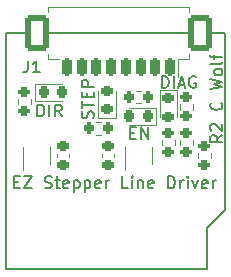
<source format=gbr>
%TF.GenerationSoftware,KiCad,Pcbnew,8.0.8*%
%TF.CreationDate,2025-02-15T05:52:52-08:00*%
%TF.ProjectId,EZ Stepper Line Driver - R2,455a2053-7465-4707-9065-72204c696e65,rev?*%
%TF.SameCoordinates,Original*%
%TF.FileFunction,Legend,Top*%
%TF.FilePolarity,Positive*%
%FSLAX46Y46*%
G04 Gerber Fmt 4.6, Leading zero omitted, Abs format (unit mm)*
G04 Created by KiCad (PCBNEW 8.0.8) date 2025-02-15 05:52:52*
%MOMM*%
%LPD*%
G01*
G04 APERTURE LIST*
G04 Aperture macros list*
%AMRoundRect*
0 Rectangle with rounded corners*
0 $1 Rounding radius*
0 $2 $3 $4 $5 $6 $7 $8 $9 X,Y pos of 4 corners*
0 Add a 4 corners polygon primitive as box body*
4,1,4,$2,$3,$4,$5,$6,$7,$8,$9,$2,$3,0*
0 Add four circle primitives for the rounded corners*
1,1,$1+$1,$2,$3*
1,1,$1+$1,$4,$5*
1,1,$1+$1,$6,$7*
1,1,$1+$1,$8,$9*
0 Add four rect primitives between the rounded corners*
20,1,$1+$1,$2,$3,$4,$5,0*
20,1,$1+$1,$4,$5,$6,$7,0*
20,1,$1+$1,$6,$7,$8,$9,0*
20,1,$1+$1,$8,$9,$2,$3,0*%
G04 Aperture macros list end*
%ADD10C,0.150000*%
%ADD11C,0.203200*%
%ADD12C,0.120000*%
%ADD13R,1.600000X5.500000*%
%ADD14RoundRect,0.200000X-0.200000X-0.275000X0.200000X-0.275000X0.200000X0.275000X-0.200000X0.275000X0*%
%ADD15RoundRect,0.225000X-0.250000X0.225000X-0.250000X-0.225000X0.250000X-0.225000X0.250000X0.225000X0*%
%ADD16R,0.400000X0.650000*%
%ADD17RoundRect,0.200000X-0.275000X0.200000X-0.275000X-0.200000X0.275000X-0.200000X0.275000X0.200000X0*%
%ADD18RoundRect,0.200000X0.275000X-0.200000X0.275000X0.200000X-0.275000X0.200000X-0.275000X-0.200000X0*%
%ADD19RoundRect,0.218750X-0.218750X-0.256250X0.218750X-0.256250X0.218750X0.256250X-0.218750X0.256250X0*%
%ADD20RoundRect,0.218750X-0.256250X0.218750X-0.256250X-0.218750X0.256250X-0.218750X0.256250X0.218750X0*%
%ADD21RoundRect,0.218750X0.218750X0.256250X-0.218750X0.256250X-0.218750X-0.256250X0.218750X-0.256250X0*%
%ADD22RoundRect,0.200000X0.200000X0.600000X-0.200000X0.600000X-0.200000X-0.600000X0.200000X-0.600000X0*%
%ADD23RoundRect,0.250001X0.799999X1.249999X-0.799999X1.249999X-0.799999X-1.249999X0.799999X-1.249999X0*%
%ADD24RoundRect,0.218750X0.256250X-0.218750X0.256250X0.218750X-0.256250X0.218750X-0.256250X-0.218750X0*%
G04 APERTURE END LIST*
D10*
X43643779Y136655180D02*
X43643779Y137655180D01*
X43643779Y137655180D02*
X43881874Y137655180D01*
X43881874Y137655180D02*
X44024731Y137607561D01*
X44024731Y137607561D02*
X44119969Y137512323D01*
X44119969Y137512323D02*
X44167588Y137417085D01*
X44167588Y137417085D02*
X44215207Y137226609D01*
X44215207Y137226609D02*
X44215207Y137083752D01*
X44215207Y137083752D02*
X44167588Y136893276D01*
X44167588Y136893276D02*
X44119969Y136798038D01*
X44119969Y136798038D02*
X44024731Y136702800D01*
X44024731Y136702800D02*
X43881874Y136655180D01*
X43881874Y136655180D02*
X43643779Y136655180D01*
X44643779Y136655180D02*
X44643779Y137655180D01*
X45072350Y136940895D02*
X45548540Y136940895D01*
X44977112Y136655180D02*
X45310445Y137655180D01*
X45310445Y137655180D02*
X45643778Y136655180D01*
X46500921Y137607561D02*
X46405683Y137655180D01*
X46405683Y137655180D02*
X46262826Y137655180D01*
X46262826Y137655180D02*
X46119969Y137607561D01*
X46119969Y137607561D02*
X46024731Y137512323D01*
X46024731Y137512323D02*
X45977112Y137417085D01*
X45977112Y137417085D02*
X45929493Y137226609D01*
X45929493Y137226609D02*
X45929493Y137083752D01*
X45929493Y137083752D02*
X45977112Y136893276D01*
X45977112Y136893276D02*
X46024731Y136798038D01*
X46024731Y136798038D02*
X46119969Y136702800D01*
X46119969Y136702800D02*
X46262826Y136655180D01*
X46262826Y136655180D02*
X46358064Y136655180D01*
X46358064Y136655180D02*
X46500921Y136702800D01*
X46500921Y136702800D02*
X46548540Y136750419D01*
X46548540Y136750419D02*
X46548540Y137083752D01*
X46548540Y137083752D02*
X46358064Y137083752D01*
D11*
X31109588Y128683096D02*
X31448255Y128683096D01*
X31593398Y128150906D02*
X31109588Y128150906D01*
X31109588Y128150906D02*
X31109588Y129166906D01*
X31109588Y129166906D02*
X31593398Y129166906D01*
X31932064Y129166906D02*
X32609398Y129166906D01*
X32609398Y129166906D02*
X31932064Y128150906D01*
X31932064Y128150906D02*
X32609398Y128150906D01*
X33722159Y128199287D02*
X33867302Y128150906D01*
X33867302Y128150906D02*
X34109207Y128150906D01*
X34109207Y128150906D02*
X34205969Y128199287D01*
X34205969Y128199287D02*
X34254350Y128247667D01*
X34254350Y128247667D02*
X34302731Y128344429D01*
X34302731Y128344429D02*
X34302731Y128441191D01*
X34302731Y128441191D02*
X34254350Y128537953D01*
X34254350Y128537953D02*
X34205969Y128586334D01*
X34205969Y128586334D02*
X34109207Y128634715D01*
X34109207Y128634715D02*
X33915683Y128683096D01*
X33915683Y128683096D02*
X33818921Y128731477D01*
X33818921Y128731477D02*
X33770540Y128779858D01*
X33770540Y128779858D02*
X33722159Y128876620D01*
X33722159Y128876620D02*
X33722159Y128973382D01*
X33722159Y128973382D02*
X33770540Y129070144D01*
X33770540Y129070144D02*
X33818921Y129118525D01*
X33818921Y129118525D02*
X33915683Y129166906D01*
X33915683Y129166906D02*
X34157588Y129166906D01*
X34157588Y129166906D02*
X34302731Y129118525D01*
X34593016Y128828239D02*
X34980064Y128828239D01*
X34738159Y129166906D02*
X34738159Y128296048D01*
X34738159Y128296048D02*
X34786540Y128199287D01*
X34786540Y128199287D02*
X34883302Y128150906D01*
X34883302Y128150906D02*
X34980064Y128150906D01*
X35705778Y128199287D02*
X35609016Y128150906D01*
X35609016Y128150906D02*
X35415492Y128150906D01*
X35415492Y128150906D02*
X35318730Y128199287D01*
X35318730Y128199287D02*
X35270349Y128296048D01*
X35270349Y128296048D02*
X35270349Y128683096D01*
X35270349Y128683096D02*
X35318730Y128779858D01*
X35318730Y128779858D02*
X35415492Y128828239D01*
X35415492Y128828239D02*
X35609016Y128828239D01*
X35609016Y128828239D02*
X35705778Y128779858D01*
X35705778Y128779858D02*
X35754159Y128683096D01*
X35754159Y128683096D02*
X35754159Y128586334D01*
X35754159Y128586334D02*
X35270349Y128489572D01*
X36189587Y128828239D02*
X36189587Y127812239D01*
X36189587Y128779858D02*
X36286349Y128828239D01*
X36286349Y128828239D02*
X36479873Y128828239D01*
X36479873Y128828239D02*
X36576635Y128779858D01*
X36576635Y128779858D02*
X36625016Y128731477D01*
X36625016Y128731477D02*
X36673397Y128634715D01*
X36673397Y128634715D02*
X36673397Y128344429D01*
X36673397Y128344429D02*
X36625016Y128247667D01*
X36625016Y128247667D02*
X36576635Y128199287D01*
X36576635Y128199287D02*
X36479873Y128150906D01*
X36479873Y128150906D02*
X36286349Y128150906D01*
X36286349Y128150906D02*
X36189587Y128199287D01*
X37108825Y128828239D02*
X37108825Y127812239D01*
X37108825Y128779858D02*
X37205587Y128828239D01*
X37205587Y128828239D02*
X37399111Y128828239D01*
X37399111Y128828239D02*
X37495873Y128779858D01*
X37495873Y128779858D02*
X37544254Y128731477D01*
X37544254Y128731477D02*
X37592635Y128634715D01*
X37592635Y128634715D02*
X37592635Y128344429D01*
X37592635Y128344429D02*
X37544254Y128247667D01*
X37544254Y128247667D02*
X37495873Y128199287D01*
X37495873Y128199287D02*
X37399111Y128150906D01*
X37399111Y128150906D02*
X37205587Y128150906D01*
X37205587Y128150906D02*
X37108825Y128199287D01*
X38415111Y128199287D02*
X38318349Y128150906D01*
X38318349Y128150906D02*
X38124825Y128150906D01*
X38124825Y128150906D02*
X38028063Y128199287D01*
X38028063Y128199287D02*
X37979682Y128296048D01*
X37979682Y128296048D02*
X37979682Y128683096D01*
X37979682Y128683096D02*
X38028063Y128779858D01*
X38028063Y128779858D02*
X38124825Y128828239D01*
X38124825Y128828239D02*
X38318349Y128828239D01*
X38318349Y128828239D02*
X38415111Y128779858D01*
X38415111Y128779858D02*
X38463492Y128683096D01*
X38463492Y128683096D02*
X38463492Y128586334D01*
X38463492Y128586334D02*
X37979682Y128489572D01*
X38898920Y128150906D02*
X38898920Y128828239D01*
X38898920Y128634715D02*
X38947301Y128731477D01*
X38947301Y128731477D02*
X38995682Y128779858D01*
X38995682Y128779858D02*
X39092444Y128828239D01*
X39092444Y128828239D02*
X39189206Y128828239D01*
X40785777Y128150906D02*
X40301967Y128150906D01*
X40301967Y128150906D02*
X40301967Y129166906D01*
X41124443Y128150906D02*
X41124443Y128828239D01*
X41124443Y129166906D02*
X41076062Y129118525D01*
X41076062Y129118525D02*
X41124443Y129070144D01*
X41124443Y129070144D02*
X41172824Y129118525D01*
X41172824Y129118525D02*
X41124443Y129166906D01*
X41124443Y129166906D02*
X41124443Y129070144D01*
X41608253Y128828239D02*
X41608253Y128150906D01*
X41608253Y128731477D02*
X41656634Y128779858D01*
X41656634Y128779858D02*
X41753396Y128828239D01*
X41753396Y128828239D02*
X41898539Y128828239D01*
X41898539Y128828239D02*
X41995301Y128779858D01*
X41995301Y128779858D02*
X42043682Y128683096D01*
X42043682Y128683096D02*
X42043682Y128150906D01*
X42914539Y128199287D02*
X42817777Y128150906D01*
X42817777Y128150906D02*
X42624253Y128150906D01*
X42624253Y128150906D02*
X42527491Y128199287D01*
X42527491Y128199287D02*
X42479110Y128296048D01*
X42479110Y128296048D02*
X42479110Y128683096D01*
X42479110Y128683096D02*
X42527491Y128779858D01*
X42527491Y128779858D02*
X42624253Y128828239D01*
X42624253Y128828239D02*
X42817777Y128828239D01*
X42817777Y128828239D02*
X42914539Y128779858D01*
X42914539Y128779858D02*
X42962920Y128683096D01*
X42962920Y128683096D02*
X42962920Y128586334D01*
X42962920Y128586334D02*
X42479110Y128489572D01*
X44172443Y128150906D02*
X44172443Y129166906D01*
X44172443Y129166906D02*
X44414348Y129166906D01*
X44414348Y129166906D02*
X44559491Y129118525D01*
X44559491Y129118525D02*
X44656253Y129021763D01*
X44656253Y129021763D02*
X44704634Y128925001D01*
X44704634Y128925001D02*
X44753015Y128731477D01*
X44753015Y128731477D02*
X44753015Y128586334D01*
X44753015Y128586334D02*
X44704634Y128392810D01*
X44704634Y128392810D02*
X44656253Y128296048D01*
X44656253Y128296048D02*
X44559491Y128199287D01*
X44559491Y128199287D02*
X44414348Y128150906D01*
X44414348Y128150906D02*
X44172443Y128150906D01*
X45188443Y128150906D02*
X45188443Y128828239D01*
X45188443Y128634715D02*
X45236824Y128731477D01*
X45236824Y128731477D02*
X45285205Y128779858D01*
X45285205Y128779858D02*
X45381967Y128828239D01*
X45381967Y128828239D02*
X45478729Y128828239D01*
X45817395Y128150906D02*
X45817395Y128828239D01*
X45817395Y129166906D02*
X45769014Y129118525D01*
X45769014Y129118525D02*
X45817395Y129070144D01*
X45817395Y129070144D02*
X45865776Y129118525D01*
X45865776Y129118525D02*
X45817395Y129166906D01*
X45817395Y129166906D02*
X45817395Y129070144D01*
X46204443Y128828239D02*
X46446348Y128150906D01*
X46446348Y128150906D02*
X46688253Y128828239D01*
X47462348Y128199287D02*
X47365586Y128150906D01*
X47365586Y128150906D02*
X47172062Y128150906D01*
X47172062Y128150906D02*
X47075300Y128199287D01*
X47075300Y128199287D02*
X47026919Y128296048D01*
X47026919Y128296048D02*
X47026919Y128683096D01*
X47026919Y128683096D02*
X47075300Y128779858D01*
X47075300Y128779858D02*
X47172062Y128828239D01*
X47172062Y128828239D02*
X47365586Y128828239D01*
X47365586Y128828239D02*
X47462348Y128779858D01*
X47462348Y128779858D02*
X47510729Y128683096D01*
X47510729Y128683096D02*
X47510729Y128586334D01*
X47510729Y128586334D02*
X47026919Y128489572D01*
X47946157Y128150906D02*
X47946157Y128828239D01*
X47946157Y128634715D02*
X47994538Y128731477D01*
X47994538Y128731477D02*
X48042919Y128779858D01*
X48042919Y128779858D02*
X48139681Y128828239D01*
X48139681Y128828239D02*
X48236443Y128828239D01*
D10*
X33102779Y134242180D02*
X33102779Y135242180D01*
X33102779Y135242180D02*
X33340874Y135242180D01*
X33340874Y135242180D02*
X33483731Y135194561D01*
X33483731Y135194561D02*
X33578969Y135099323D01*
X33578969Y135099323D02*
X33626588Y135004085D01*
X33626588Y135004085D02*
X33674207Y134813609D01*
X33674207Y134813609D02*
X33674207Y134670752D01*
X33674207Y134670752D02*
X33626588Y134480276D01*
X33626588Y134480276D02*
X33578969Y134385038D01*
X33578969Y134385038D02*
X33483731Y134289800D01*
X33483731Y134289800D02*
X33340874Y134242180D01*
X33340874Y134242180D02*
X33102779Y134242180D01*
X34102779Y134242180D02*
X34102779Y135242180D01*
X35150397Y134242180D02*
X34817064Y134718371D01*
X34578969Y134242180D02*
X34578969Y135242180D01*
X34578969Y135242180D02*
X34959921Y135242180D01*
X34959921Y135242180D02*
X35055159Y135194561D01*
X35055159Y135194561D02*
X35102778Y135146942D01*
X35102778Y135146942D02*
X35150397Y135051704D01*
X35150397Y135051704D02*
X35150397Y134908847D01*
X35150397Y134908847D02*
X35102778Y134813609D01*
X35102778Y134813609D02*
X35055159Y134765990D01*
X35055159Y134765990D02*
X34959921Y134718371D01*
X34959921Y134718371D02*
X34578969Y134718371D01*
D11*
X48760093Y132655160D02*
X48276284Y132316493D01*
X48760093Y132074588D02*
X47744093Y132074588D01*
X47744093Y132074588D02*
X47744093Y132461636D01*
X47744093Y132461636D02*
X47792474Y132558398D01*
X47792474Y132558398D02*
X47840855Y132606779D01*
X47840855Y132606779D02*
X47937617Y132655160D01*
X47937617Y132655160D02*
X48082760Y132655160D01*
X48082760Y132655160D02*
X48179522Y132606779D01*
X48179522Y132606779D02*
X48227903Y132558398D01*
X48227903Y132558398D02*
X48276284Y132461636D01*
X48276284Y132461636D02*
X48276284Y132074588D01*
X47840855Y133042207D02*
X47792474Y133090588D01*
X47792474Y133090588D02*
X47744093Y133187350D01*
X47744093Y133187350D02*
X47744093Y133429255D01*
X47744093Y133429255D02*
X47792474Y133526017D01*
X47792474Y133526017D02*
X47840855Y133574398D01*
X47840855Y133574398D02*
X47937617Y133622779D01*
X47937617Y133622779D02*
X48034379Y133622779D01*
X48034379Y133622779D02*
X48179522Y133574398D01*
X48179522Y133574398D02*
X48760093Y132993826D01*
X48760093Y132993826D02*
X48760093Y133622779D01*
X48663332Y135412874D02*
X48711713Y135364493D01*
X48711713Y135364493D02*
X48760093Y135219350D01*
X48760093Y135219350D02*
X48760093Y135122588D01*
X48760093Y135122588D02*
X48711713Y134977445D01*
X48711713Y134977445D02*
X48614951Y134880683D01*
X48614951Y134880683D02*
X48518189Y134832302D01*
X48518189Y134832302D02*
X48324665Y134783921D01*
X48324665Y134783921D02*
X48179522Y134783921D01*
X48179522Y134783921D02*
X47985998Y134832302D01*
X47985998Y134832302D02*
X47889236Y134880683D01*
X47889236Y134880683D02*
X47792474Y134977445D01*
X47792474Y134977445D02*
X47744093Y135122588D01*
X47744093Y135122588D02*
X47744093Y135219350D01*
X47744093Y135219350D02*
X47792474Y135364493D01*
X47792474Y135364493D02*
X47840855Y135412874D01*
X47744093Y136525635D02*
X48760093Y136767540D01*
X48760093Y136767540D02*
X48034379Y136961064D01*
X48034379Y136961064D02*
X48760093Y137154588D01*
X48760093Y137154588D02*
X47744093Y137396493D01*
X48760093Y137928683D02*
X48711713Y137831921D01*
X48711713Y137831921D02*
X48663332Y137783540D01*
X48663332Y137783540D02*
X48566570Y137735159D01*
X48566570Y137735159D02*
X48276284Y137735159D01*
X48276284Y137735159D02*
X48179522Y137783540D01*
X48179522Y137783540D02*
X48131141Y137831921D01*
X48131141Y137831921D02*
X48082760Y137928683D01*
X48082760Y137928683D02*
X48082760Y138073826D01*
X48082760Y138073826D02*
X48131141Y138170588D01*
X48131141Y138170588D02*
X48179522Y138218969D01*
X48179522Y138218969D02*
X48276284Y138267350D01*
X48276284Y138267350D02*
X48566570Y138267350D01*
X48566570Y138267350D02*
X48663332Y138218969D01*
X48663332Y138218969D02*
X48711713Y138170588D01*
X48711713Y138170588D02*
X48760093Y138073826D01*
X48760093Y138073826D02*
X48760093Y137928683D01*
X48760093Y138847921D02*
X48711713Y138751159D01*
X48711713Y138751159D02*
X48614951Y138702778D01*
X48614951Y138702778D02*
X47744093Y138702778D01*
X48082760Y139089825D02*
X48082760Y139476873D01*
X48760093Y139234968D02*
X47889236Y139234968D01*
X47889236Y139234968D02*
X47792474Y139283349D01*
X47792474Y139283349D02*
X47744093Y139380111D01*
X47744093Y139380111D02*
X47744093Y139476873D01*
D10*
X40976779Y132860990D02*
X41310112Y132860990D01*
X41452969Y132337180D02*
X40976779Y132337180D01*
X40976779Y132337180D02*
X40976779Y133337180D01*
X40976779Y133337180D02*
X41452969Y133337180D01*
X41881541Y132337180D02*
X41881541Y133337180D01*
X41881541Y133337180D02*
X42452969Y132337180D01*
X42452969Y132337180D02*
X42452969Y133337180D01*
X37809700Y134100902D02*
X37857319Y134243759D01*
X37857319Y134243759D02*
X37857319Y134481854D01*
X37857319Y134481854D02*
X37809700Y134577092D01*
X37809700Y134577092D02*
X37762080Y134624711D01*
X37762080Y134624711D02*
X37666842Y134672330D01*
X37666842Y134672330D02*
X37571604Y134672330D01*
X37571604Y134672330D02*
X37476366Y134624711D01*
X37476366Y134624711D02*
X37428747Y134577092D01*
X37428747Y134577092D02*
X37381128Y134481854D01*
X37381128Y134481854D02*
X37333509Y134291378D01*
X37333509Y134291378D02*
X37285890Y134196140D01*
X37285890Y134196140D02*
X37238271Y134148521D01*
X37238271Y134148521D02*
X37143033Y134100902D01*
X37143033Y134100902D02*
X37047795Y134100902D01*
X37047795Y134100902D02*
X36952557Y134148521D01*
X36952557Y134148521D02*
X36904938Y134196140D01*
X36904938Y134196140D02*
X36857319Y134291378D01*
X36857319Y134291378D02*
X36857319Y134529473D01*
X36857319Y134529473D02*
X36904938Y134672330D01*
X36857319Y134958045D02*
X36857319Y135529473D01*
X37857319Y135243759D02*
X36857319Y135243759D01*
X37333509Y135862807D02*
X37333509Y136196140D01*
X37857319Y136338997D02*
X37857319Y135862807D01*
X37857319Y135862807D02*
X36857319Y135862807D01*
X36857319Y135862807D02*
X36857319Y136338997D01*
X37857319Y136767569D02*
X36857319Y136767569D01*
X36857319Y136767569D02*
X36857319Y137148521D01*
X36857319Y137148521D02*
X36904938Y137243759D01*
X36904938Y137243759D02*
X36952557Y137291378D01*
X36952557Y137291378D02*
X37047795Y137338997D01*
X37047795Y137338997D02*
X37190652Y137338997D01*
X37190652Y137338997D02*
X37285890Y137291378D01*
X37285890Y137291378D02*
X37333509Y137243759D01*
X37333509Y137243759D02*
X37381128Y137148521D01*
X37381128Y137148521D02*
X37381128Y136767569D01*
X32291666Y138975180D02*
X32291666Y138260895D01*
X32291666Y138260895D02*
X32244047Y138118038D01*
X32244047Y138118038D02*
X32148809Y138022800D01*
X32148809Y138022800D02*
X32005952Y137975180D01*
X32005952Y137975180D02*
X31910714Y137975180D01*
X33291666Y137975180D02*
X32720238Y137975180D01*
X33005952Y137975180D02*
X33005952Y138975180D01*
X33005952Y138975180D02*
X32910714Y138832323D01*
X32910714Y138832323D02*
X32815476Y138737085D01*
X32815476Y138737085D02*
X32720238Y138689466D01*
%TO.C,U1*%
X30480000Y141285000D02*
X30480000Y121285000D01*
X30480000Y121285000D02*
X47480000Y121285000D01*
X47480000Y121285000D02*
X47480000Y124785000D01*
X48980000Y141285000D02*
X30480000Y141285000D01*
X48980000Y126285000D02*
X47480000Y124785000D01*
X48980000Y126285000D02*
X48980000Y141285000D01*
D12*
%TO.C,R3*%
X41893258Y136412500D02*
X41418742Y136412500D01*
X41893258Y135367500D02*
X41418742Y135367500D01*
%TO.C,C1*%
X34796000Y131077580D02*
X34796000Y130796420D01*
X35816000Y131077580D02*
X35816000Y130796420D01*
%TO.C,U2*%
X31860000Y131637000D02*
X31860000Y129737000D01*
X34180000Y130237000D02*
X34180000Y131637000D01*
%TO.C,R2*%
X45197500Y132272258D02*
X45197500Y131797742D01*
X46242500Y132272258D02*
X46242500Y131797742D01*
%TO.C,R1*%
X43673500Y131797742D02*
X43673500Y132272258D01*
X44718500Y131797742D02*
X44718500Y132272258D01*
%TO.C,D3*%
X32932000Y137006000D02*
X35217000Y137006000D01*
X32932000Y135536000D02*
X32932000Y137006000D01*
X35217000Y135536000D02*
X32932000Y135536000D01*
%TO.C,D4*%
X43461000Y136486000D02*
X44931000Y136486000D01*
X43461000Y134201000D02*
X43461000Y136486000D01*
X44931000Y136486000D02*
X44931000Y134201000D01*
%TO.C,D1*%
X40856000Y134974000D02*
X43141000Y134974000D01*
X43141000Y134974000D02*
X43141000Y133504000D01*
X43141000Y133504000D02*
X40856000Y133504000D01*
%TO.C,U3*%
X40496000Y131637000D02*
X40496000Y129737000D01*
X42816000Y130237000D02*
X42816000Y131637000D01*
%TO.C,R6*%
X45197500Y135301258D02*
X45197500Y134826742D01*
X46242500Y135301258D02*
X46242500Y134826742D01*
%TO.C,R4*%
X38527258Y133746500D02*
X38052742Y133746500D01*
X38527258Y132701500D02*
X38052742Y132701500D01*
%TO.C,J1*%
X33981000Y143535000D02*
X33981000Y143085000D01*
X33981000Y139565000D02*
X33981000Y139115000D01*
X33981000Y139115000D02*
X34931000Y139115000D01*
X45001000Y139115000D02*
X45001000Y137625000D01*
X45951000Y143535000D02*
X33981000Y143535000D01*
X45951000Y143085000D02*
X45951000Y143535000D01*
X45951000Y139565000D02*
X45951000Y139115000D01*
X45951000Y139115000D02*
X45001000Y139115000D01*
%TO.C,R7*%
X46721500Y131174258D02*
X46721500Y130699742D01*
X47766500Y131174258D02*
X47766500Y130699742D01*
%TO.C,D2*%
X38254000Y134151000D02*
X38254000Y136436000D01*
X39724000Y136436000D02*
X39724000Y134151000D01*
X39724000Y134151000D02*
X38254000Y134151000D01*
%TO.C,R5*%
X31481500Y135746258D02*
X31481500Y135271742D01*
X32526500Y135746258D02*
X32526500Y135271742D01*
%TO.C,C2*%
X38606000Y131077580D02*
X38606000Y130796420D01*
X39626000Y131077580D02*
X39626000Y130796420D01*
%TD*%
%LPC*%
D13*
%TO.C,U1*%
X31880000Y124785000D03*
X33880000Y124785000D03*
X35880000Y124785000D03*
X37880000Y124785000D03*
X39880000Y124785000D03*
X41880000Y124785000D03*
X43880000Y124785000D03*
X45880000Y124785000D03*
%TD*%
D14*
%TO.C,R3*%
X40831000Y135890000D03*
X42481000Y135890000D03*
%TD*%
D15*
%TO.C,C1*%
X35306000Y131712000D03*
X35306000Y130162000D03*
%TD*%
D16*
%TO.C,U2*%
X32370000Y129987000D03*
X33020000Y129987000D03*
X33670000Y129987000D03*
X33670000Y131887000D03*
X33020000Y131887000D03*
X32370000Y131887000D03*
%TD*%
D17*
%TO.C,R2*%
X45720000Y132860000D03*
X45720000Y131210000D03*
%TD*%
D18*
%TO.C,R1*%
X44196000Y131210000D03*
X44196000Y132860000D03*
%TD*%
D19*
%TO.C,D3*%
X33629500Y136271000D03*
X35204500Y136271000D03*
%TD*%
D20*
%TO.C,D4*%
X44196000Y135788500D03*
X44196000Y134213500D03*
%TD*%
D21*
%TO.C,D1*%
X42443500Y134239000D03*
X40868500Y134239000D03*
%TD*%
D16*
%TO.C,U3*%
X41006000Y129987000D03*
X41656000Y129987000D03*
X42306000Y129987000D03*
X42306000Y131887000D03*
X41656000Y131887000D03*
X41006000Y131887000D03*
%TD*%
D18*
%TO.C,R6*%
X45720000Y134239000D03*
X45720000Y135889000D03*
%TD*%
D14*
%TO.C,R4*%
X37465000Y133224000D03*
X39115000Y133224000D03*
%TD*%
D22*
%TO.C,J1*%
X44341000Y138425000D03*
X43091000Y138425000D03*
X41841000Y138425000D03*
X40591000Y138425000D03*
X39341000Y138425000D03*
X38091000Y138425000D03*
X36841000Y138425000D03*
X35591000Y138425000D03*
D23*
X46891000Y141325000D03*
X33041000Y141325000D03*
%TD*%
D17*
%TO.C,R7*%
X47244000Y131762000D03*
X47244000Y130112000D03*
%TD*%
D24*
%TO.C,D2*%
X38989000Y134848500D03*
X38989000Y136423500D03*
%TD*%
D18*
%TO.C,R5*%
X32004000Y134684000D03*
X32004000Y136334000D03*
%TD*%
D15*
%TO.C,C2*%
X39116000Y131712000D03*
X39116000Y130162000D03*
%TD*%
%LPD*%
M02*

</source>
